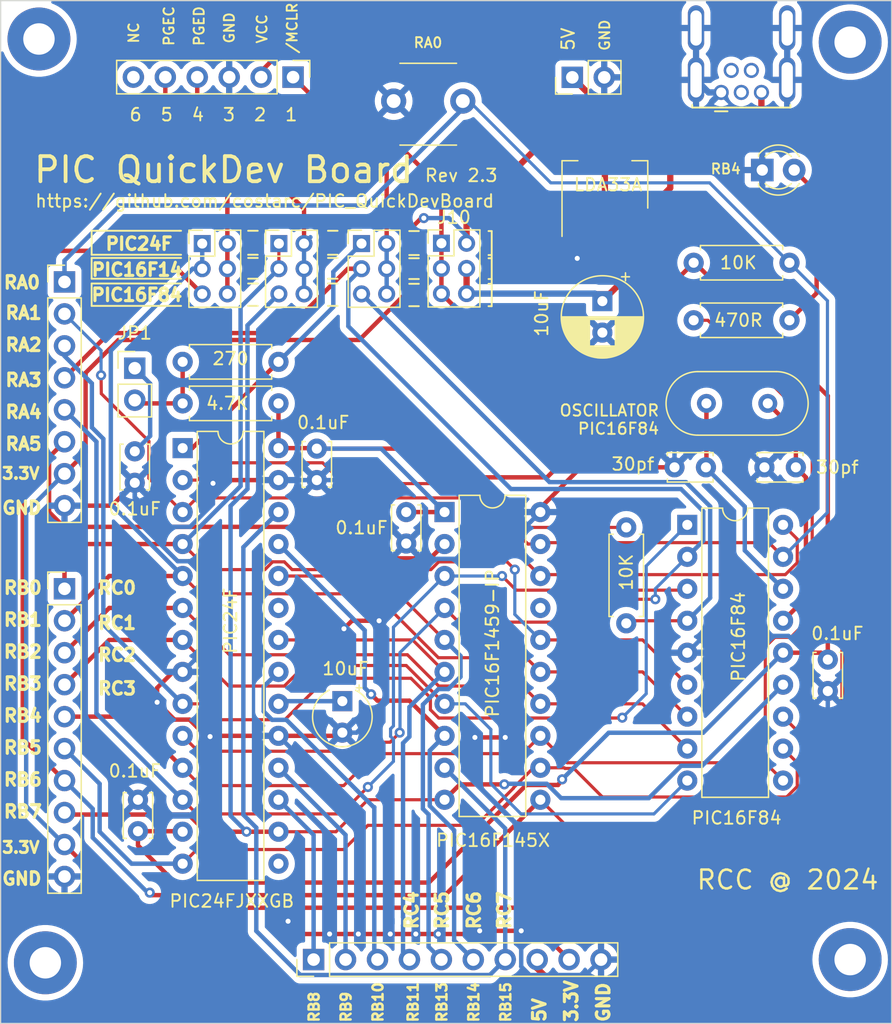
<source format=kicad_pcb>
(kicad_pcb (version 20240108) (generator "pcbnew") (generator_version "8.0")
  (title_block (title "PIC16/24 Programmer & Dev Board") (date "2024-05-19") (rev "2.3") (company "RCC 2024"))
  (layers (0 "F.Cu" signal) (31 "B.Cu" signal) (34 "B.Paste" user) (35 "F.Paste" user) (36 "B.SilkS" user "B.Silkscreen") (37 "F.SilkS" user "F.Silkscreen") (38 "B.Mask" user) (39 "F.Mask" user) (44 "Edge.Cuts" user))
  (net 0 "")
  (net 1 "GND")
  (net 2 "Net-(U1-Vcap{slash}Vddcore)")
  (net 3 "Net-(U2-OSC2{slash}CLKOUT)")
  (net 4 "Net-(U2-OSC1{slash}CLKIN)")
  (net 5 "Net-(D1-A)")
  (net 6 "{slash}MCLR")
  (net 7 "PGED")
  (net 8 "PGEC")
  (net 10 "RA2")
  (net 12 "RA4")
  (net 13 "RB8")
  (net 14 "RB2")
  (net 15 "RB3")
  (net 16 "RB4")
  (net 17 "RB5")
  (net 18 "RB9")
  (net 19 "RB10")
  (net 20 "RB11")
  (net 21 "RB13")
  (net 22 "RB14")
  (net 23 "RB15")
  (net 24 "RA0")
  (net 25 "RA1")
  (net 26 "PIC24_MCLR")
  (net 28 "Net-(JP1-A)")
  (net 30 "Net-(JP1-B)")
  (net 31 "PIC16F14_PGED")
  (net 32 "PIC16F14_PGEC")
  (net 33 "PIC16F14_MCLR")
  (net 34 "PIC16F84_PGEC")
  (net 35 "PIC16F84_PGED")
  (net 36 "PIC16F84_MCLR")
  (net 37 "RA5")
  (net 38 "VCC")
  (net 39 "+5V")
  (net 40 "+3.3V")
  (footprint "Connector_PinHeader_2.00mm:PinHeader_2x03_P2.00mm_Vertical" (layer "F.Cu") (at 79.026 52.324)
    (property "Reference" "J7" (hide yes))
    (property "Value" "PGEC_LINES" (hide yes))
  )
  (footprint "Resistor_THT:R_Axial_DIN0207_L6.3mm_D2.5mm_P7.62mm_Horizontal" (layer "F.Cu") (at 118.11 58.42)
    (property "Reference" "R4" (hide yes))
    (property "Value" "470R")
  )
  (footprint "Connector_PinHeader_2.00mm:PinHeader_2x03_P2.00mm_Vertical" (layer "F.Cu") (at 98.05 52.3)
    (property "Reference" "J10")
    (property "Value" "VCC Lines")
  )
  (footprint "Package_DIP:DIP-28_W7.62mm" (layer "F.Cu") (at 77.47 68.58)
    (property "Reference" "U1" (hide yes))
    (property "Value" "PIC24F")
  )
  (footprint "Package_TO_SOT_SMD:SOT-223-3_TabPin2" (layer "F.Cu") (at 111.05 47.65 90)
    (property "Reference" "U3" (hide yes))
    (property "Value" "LDA33A")
  )
  (footprint "Capacitor_THT:C_Disc_D3.4mm_W2.1mm_P2.50mm" (layer "F.Cu") (at 95.25 73.66 -90)
    (property "Reference" "C8" (hide yes))
    (property "Value" "0.1uF")
  )
  (footprint "MountingHole:MountingHole_2.5mm_Pad" (layer "F.Cu") (at 130.556 109.22)
    (property "Reference" "H4" (hide yes))
    (property "Value" "MountingHole" (hide yes))
  )
  (footprint "Capacitor_THT:C_Disc_D3.4mm_W2.1mm_P2.50mm" (layer "F.Cu") (at 73.66 68.834 -90)
    (property "Reference" "C1" (hide yes))
    (property "Value" "0.1uF")
  )
  (footprint "Connector_PinHeader_2.54mm:PinHeader_1x02_P2.54mm_Vertical" (layer "F.Cu") (at 108.458 39.116 90)
    (property "Reference" "J4" (hide yes))
    (property "Value" "PowerSource" (hide yes))
  )
  (footprint "Package_DIP:DIP-20_W7.62mm" (layer "F.Cu") (at 98.298 73.66)
    (property "Reference" "U4" (hide yes))
    (property "Value" "PIC16F1459-IP")
  )
  (footprint "Capacitor_THT:C_Disc_D3.4mm_W2.1mm_P2.50mm" (layer "F.Cu") (at 123.738 70.104)
    (property "Reference" "C6" (hide yes))
    (property "Value" "30pf")
  )
  (footprint "Capacitor_THT:C_Disc_D3.4mm_W2.1mm_P2.50mm" (layer "F.Cu") (at 88.138 68.62 -90)
    (property "Reference" "C2" (hide yes))
    (property "Value" "0.1uF")
  )
  (footprint "Roni_Footprints:SW_PUSH_6mm_2Holes" (layer "F.Cu") (at 93.75 39)
    (property "Reference" "SW1" (hide yes))
    (property "Value" "SW_Push" (hide yes))
  )
  (footprint "Connector_PinHeader_2.00mm:PinHeader_2x03_P2.00mm_Vertical" (layer "F.Cu") (at 91.694 52.324)
    (property "Reference" "J9" (hide yes))
    (property "Value" "MCLR_LINES" (hide yes))
  )
  (footprint "Capacitor_THT:C_Disc_D3.4mm_W2.1mm_P2.50mm" (layer "F.Cu") (at 128.778 85.384 -90)
    (property "Reference" "C9" (hide yes))
    (property "Value" "0.1uF")
  )
  (footprint "Resistor_THT:R_Axial_DIN0207_L6.3mm_D2.5mm_P7.62mm_Horizontal" (layer "F.Cu") (at 77.47 65.024)
    (property "Reference" "R1" (hide yes))
    (property "Value" "4.7K")
  )
  (footprint "Capacitor_THT:CP_Radial_Tantal_D4.5mm_P2.50mm" (layer "F.Cu") (at 90.17 88.687144 -90)
    (property "Reference" "C4" (hide yes))
    (property "Value" "10uF")
  )
  (footprint "Resistor_THT:R_Axial_DIN0207_L6.3mm_D2.5mm_P7.62mm_Horizontal" (layer "F.Cu") (at 85.09 61.722 180)
    (property "Reference" "R2" (hide yes))
    (property "Value" "270")
  )
  (footprint "Capacitor_THT:C_Disc_D3.4mm_W2.1mm_P2.50mm" (layer "F.Cu") (at 116.586 70.104)
    (property "Reference" "C5" (hide yes))
    (property "Value" "30pf")
  )
  (footprint "LED_THT:LED_D3.0mm" (layer "F.Cu") (at 123.566 46.482)
    (property "Reference" "D1" (hide yes))
    (property "Value" "LED" (hide yes))
  )
  (footprint "Connector_PinHeader_2.54mm:PinHeader_1x10_P2.54mm_Vertical" (layer "F.Cu") (at 68.072 79.756)
    (property "Reference" "J2" (hide yes))
    (property "Value" "Conn_01x08_Pin" (hide yes))
  )
  (footprint "Connector_PinHeader_2.54mm:PinHeader_1x06_P2.54mm_Vertical" (layer "F.Cu") (at 86.25 39.1 -90)
    (property "Reference" "J5" (hide yes))
    (property "Value" "PICKitConnector" (hide yes))
  )
  (footprint "Connector_PinHeader_2.54mm:PinHeader_1x08_P2.54mm_Vertical" (layer "F.Cu") (at 68.072 55.372)
    (property "Reference" "J1" (hide yes))
    (property "Value" "Conn_01x08_Pin" (hide yes))
  )
  (footprint "MountingHole:MountingHole_2.5mm_Pad" (layer "F.Cu") (at 66.548 109.474)
    (property "Reference" "H3" (hide yes))
    (property "Value" "MountingHole" (hide yes))
  )
  (footprint "MountingHole:MountingHole_2.5mm_Pad" (layer "F.Cu") (at 66.04 36.068)
    (property "Reference" "H1" (hide yes))
    (property "Value" "MountingHole" (hide yes))
  )
  (footprint "Connector_PinHeader_2.54mm:PinHeader_1x10_P2.54mm_Vertical" (layer "F.Cu") (at 87.884 109.22 90)
    (property "Reference" "J3" (hide yes))
    (property "Value" "Conn_01x08_Pin" (hide yes))
  )
  (footprint "Connector_PinHeader_2.54mm:PinHeader_1x02_P2.54mm_Vertical" (layer "F.Cu") (at 73.66 62.23)
    (property "Reference" "JP1")
    (property "Value" "Program" (hide yes))
  )
  (footprint "Connector_PinHeader_2.00mm:PinHeader_2x03_P2.00mm_Vertical" (layer "F.Cu") (at 85.122 52.324)
    (property "Reference" "J8" (hide yes))
    (property "Value" "PGED_LINES" (hide yes))
  )
  (footprint "Roni_Footprints:USB_Mini-B_Tensility_4Holes" (layer "F.Cu") (at 120.299813 40.314672)
    (property "Reference" "J6" (hide yes))
    (property "Value" "USB_B_Micro" (hide yes))
  )
  (footprint "Package_DIP:DIP-18_W7.62mm" (layer "F.Cu") (at 117.602 74.676)
    (property "Reference" "U2" (hide yes))
    (property "Value" "PIC16F84")
  )
  (footprint "Capacitor_THT:C_Disc_D3.4mm_W2.1mm_P2.50mm" (layer "F.Cu") (at 73.914 99.02 90)
    (property "Reference" "C3" (hide yes))
    (property "Value" "0.1uF")
  )
  (footprint "Capacitor_THT:CP_Radial_D6.3mm_P2.50mm" (layer "F.Cu") (at 110.85 56.9 -90)
    (property "Reference" "C7" (hide yes))
    (property "Value" "10uF")
  )
  (footprint "MountingHole:MountingHole_2.5mm_Pad" (layer "F.Cu") (at 130.556 36.322)
    (property "Reference" "H2" (hide yes))
    (property "Value" "MountingHole" (hide yes))
  )
  (footprint "Resistor_THT:R_Axial_DIN0207_L6.3mm_D2.5mm_P7.62mm_Horizontal" (layer "F.Cu") (at 118.11 53.848)
    (property "Reference" "R5" (hide yes))
    (property "Value" "10K")
  )
  (footprint "Crystal:Crystal_HC49-U_Vertical" (layer "F.Cu") (at 124.006 65.024 180)
    (property "Reference" "Y1" (hide yes))
    (property "Value" "Crystal" (hide yes))
  )
  (footprint "Resistor_THT:R_Axial_DIN0207_L6.3mm_D2.5mm_P7.62mm_Horizontal" (layer "F.Cu") (at 112.75 82.5 90)
    (property "Reference" "R3" (hide yes))
    (property "Value" "10K")
  )
  (gr_line (start 89.027 57.277) (end 89.789 57.277) (stroke (width 0.15)) (layer "F.SilkS"))
  (gr_line (start 77.343 55.118) (end 70.231 55.118) (stroke (width 0.15)) (layer "F.SilkS"))
  (gr_line (start 101.796 51.331) (end 102.05 51.331) (stroke (width 0.15)) (layer "F.SilkS"))
  (gr_line (start 82.677 57.277) (end 83.439 57.277) (stroke (width 0.15)) (layer "F.SilkS"))
  (gr_line (start 82.677 53.467) (end 83.439 53.467) (stroke (width 0.15)) (layer "F.SilkS"))
  (gr_line (start 82.677 53.213) (end 83.439 53.213) (stroke (width 0.15)) (layer "F.SilkS"))
  (gr_line (start 89.027 53.467) (end 89.789 53.467) (stroke (width 0.15)) (layer "F.SilkS"))
  (gr_line (start 101.796 57.3) (end 102.05 57.3) (stroke (width 0.15)) (layer "F.SilkS"))
  (gr_line (start 82.677 55.118) (end 83.439 55.118) (stroke (width 0.15)) (layer "F.SilkS"))
  (gr_line (start 70.231 53.213) (end 77.343 53.213) (stroke (width 0.15)) (layer "F.SilkS"))
  (gr_line (start 77.343 51.308) (end 77.216 51.308) (stroke (width 0.15)) (layer "F.SilkS"))
  (gr_line (start 95.488 55.522) (end 96.25 55.522) (stroke (width 0.15)) (layer "F.SilkS"))
  (gr_line (start 89.027 51.308) (end 89.789 51.308) (stroke (width 0.15)) (layer "F.SilkS"))
  (gr_line (start 95.488 51.331) (end 96.25 51.331) (stroke (width 0.15)) (layer "F.SilkS"))
  (gr_line (start 70.231 55.118) (end 70.231 53.467) (stroke (width 0.15)) (layer "F.SilkS"))
  (gr_line (start 82.677 51.308) (end 83.439 51.308) (stroke (width 0.15)) (layer "F.SilkS"))
  (gr_line (start 70.231 55.499) (end 77.343 55.499) (stroke (width 0.15)) (layer "F.SilkS"))
  (gr_line (start 95.488 55.141) (end 96.25 55.141) (stroke (width 0.15)) (layer "F.SilkS"))
  (gr_line (start 101.796 53.49) (end 102.05 53.49) (stroke (width 0.15)) (layer "F.SilkS"))
  (gr_line (start 77.343 57.277) (end 70.231 57.277) (stroke (width 0.15)) (layer "F.SilkS"))
  (gr_line (start 101.796 55.522) (end 102.05 55.522) (stroke (width 0.15)) (layer "F.SilkS"))
  (gr_line (start 89.027 55.499) (end 89.789 55.499) (stroke (width 0.15)) (layer "F.SilkS"))
  (gr_line (start 89.027 55.118) (end 89.789 55.118) (stroke (width 0.15)) (layer "F.SilkS"))
  (gr_line (start 102.05 51.331) (end 102.05 57.3) (stroke (width 0.15)) (layer "F.SilkS"))
  (gr_line (start 95.488 57.3) (end 96.25 57.3) (stroke (width 0.15)) (layer "F.SilkS"))
  (gr_line (start 82.677 55.499) (end 83.439 55.499) (stroke (width 0.15)) (layer "F.SilkS"))
  (gr_line (start 70.231 51.308) (end 70.231 53.213) (stroke (width 0.15)) (layer "F.SilkS"))
  (gr_line (start 95.488 53.236) (end 96.25 53.236) (stroke (width 0.15)) (layer "F.SilkS"))
  (gr_line (start 70.231 53.467) (end 77.343 53.467) (stroke (width 0.15)) (layer "F.SilkS"))
  (gr_line (start 89.027 53.213) (end 89.789 53.213) (stroke (width 0.15)) (layer "F.SilkS"))
  (gr_line (start 77.216 51.308) (end 70.231 51.308) (stroke (width 0.15)) (layer "F.SilkS"))
  (gr_line (start 70.231 57.277) (end 70.231 55.499) (stroke (width 0.15)) (layer "F.SilkS"))
  (gr_line (start 95.488 53.49) (end 96.25 53.49) (stroke (width 0.15)) (layer "F.SilkS"))
  (gr_line (start 101.796 53.236) (end 102.05 53.236) (stroke (width 0.15)) (layer "F.SilkS"))
  (gr_line (start 101.796 55.141) (end 102.05 55.141) (stroke (width 0.15)) (layer "F.SilkS"))
  (gr_rect (start 62.992 33.02) (end 133.858 114.3) (stroke (width 0.1)) (fill none) (layer "Edge.Cuts"))
  (gr_text "PIC QuickDev Board" (at 65.484242 47.633079 0) (layer "F.SilkS") (effects (font (size 2 2) (thickness 0.3)) (justify left bottom)))
  (gr_text "RB14" (at 101.092 114.3 90) (layer "F.SilkS") (effects (font (size 0.8 0.8) (thickness 0.2) (bold yes)) (justify left bottom)))
  (gr_text "RB4" (at 63.119 90.424 0) (layer "F.SilkS") (effects (font (size 1 1) (thickness 0.25) (bold yes)) (justify left bottom)))
  (gr_text "3.3V" (at 62.992 100.838 0) (layer "F.SilkS") (effects (font (size 0.9 0.9) (thickness 0.225) (bold yes)) (justify left bottom)))
  (gr_text "RCC @ 2024" (at 118.237 103.759 0) (layer "F.SilkS") (effects (font (size 1.5 1.5) (thickness 0.2)) (justify left bottom)))
  (gr_text "RC4" (at 96.266 106.934 90) (layer "F.SilkS") (effects (font (size 1 1) (thickness 0.25) (bold yes)) (justify left bottom)))
  (gr_text "RB2" (at 63.119 85.344 0) (layer "F.SilkS") (effects (font (size 1 1) (thickness 0.25) (bold yes)) (justify left bottom)))
  (gr_text "RB6" (at 63.119 95.504 0) (layer "F.SilkS") (effects (font (size 1 1) (thickness 0.25) (bold yes)) (justify left bottom)))
  (gr_text "RA0" (at 63.119 56.007 0) (layer "F.SilkS") (effects (font (size 1 1) (thickness 0.25) (bold yes)) (justify left bottom)))
  (gr_text "GND" (at 62.992 103.378 0) (layer "F.SilkS") (effects (font (size 1 1) (thickness 0.25) (bold yes)) (justify left bottom)))
  (gr_text "PIC16F14" (at 70.104 54.991 0) (layer "F.SilkS") (effects (font (size 1 1) (thickness 0.25) (bold yes)) (justify left bottom)))
  (gr_text "RC3" (at 70.612 88.265 0) (layer "F.SilkS") (effects (font (size 1 1) (thickness 0.25) (bold yes)) (justify left bottom)))
  (gr_text "RA0" (at 95.758 36.83 0) (layer "F.SilkS") (effects (font (size 0.8 0.8)) (justify left bottom)))
  (gr_text "RB4" (at 119.38 46.863 0) (layer "F.SilkS") (effects (font (size 0.8 0.8)) (justify left bottom)))
  (gr_text "RC7" (at 103.632 106.934 90) (layer "F.SilkS") (effects (font (size 1 1) (thickness 0.25) (bold yes)) (justify left bottom)))
  (gr_text "PIC16F145X" (at 97.536 100.33 0) (layer "F.SilkS") (effects (font (size 1 1)) (justify left bottom)))
  (gr_text "RB5" (at 63.119 92.964 0) (layer "F.SilkS") (effects (font (size 1 1) (thickness 0.25) (bold yes)) (justify left bottom)))
  (gr_text "GND" (at 111.506 114.3 90) (layer "F.SilkS") (effects (font (size 1 1) (thickness 0.25) (bold yes)) (justify left bottom)))
  (gr_text "PIC24F" (at 71.213759 52.928785 0) (layer "F.SilkS") (effects (font (size 1 1) (thickness 0.25) (bold yes)) (justify left bottom)))
  (gr_text "GND" (at 111.506 37.084 90) (layer "F.SilkS") (effects (font (size 0.8 0.8)) (justify left bottom)))
  (gr_text "NC" (at 74.05 36.5 90) (layer "F.SilkS") (effects (font (size 0.8 0.8)) (justify left bottom)))
  (gr_text "GND" (at 81.65 36.5 90) (layer "F.SilkS") (effects (font (size 0.8 0.8)) (justify left bottom)))
  (gr_text "RB11" (at 96.266 114.3 90) (layer "F.SilkS") (effects (font (size 0.8 0.8) (thickness 0.2) (bold yes)) (justify left bottom)))
  (gr_text "Rev 2.3" (at 96.647 47.498 0) (layer "F.SilkS") (effects (font (size 1 1)) (justify left bottom)))
  (gr_text "PIC24FJXXGB" (at 76.327 105.156 0) (layer "F.SilkS") (effects (font (size 1 1)) (justify left bottom)))
  (gr_text "RA2" (at 63.246 60.96 0) (layer "F.SilkS") (effects (font (size 1 1) (thickness 0.25) (bold yes)) (justify left bottom)))
  (gr_text "3.3V" (at 108.966 114.3 90) (layer "F.SilkS") (effects (font (size 1 1) (thickness 0.25) (bold yes)) (justify left bottom)))
  (gr_text "RB1" (at 63.119 82.804 0) (layer "F.SilkS") (effects (font (size 1 1) (thickness 0.25) (bold yes)) (justify left bottom)))
  (gr_text "RB0" (at 63.119 80.264 0) (layer "F.SilkS") (effects (font (size 1 1) (thickness 0.25) (bold yes)) (justify left bottom)))
  (gr_text "/MCLR" (at 86.65 37.3 90) (layer "F.SilkS") (effects (font (size 0.8 0.8)) (justify left bottom)))
  (gr_text "PIC16F84" (at 117.856 98.552 0) (layer "F.SilkS") (effects (font (size 1 1)) (justify left bottom)))
  (gr_text "https://github.com/costarc/PIC_QuickDevBoard" (at 65.659 49.53 0) (layer "F.SilkS") (effects (font (size 1 1)) (justify left bottom)))
  (gr_text "RB13" (at 98.552 114.3 90) (layer "F.SilkS") (effects (font (size 0.8 0.8) (thickness 0.2) (bold yes)) (justify left bottom)))
  (gr_text "RC0" (at 70.612 80.264 0) (layer "F.SilkS") (effects (font (size 1 1) (thickness 0.25) (bold yes)) (justify left bottom)))
  (gr_text "RA5" (at 63.246 68.834 0) (layer "F.SilkS") (effects (font (size 1 1) (thickness 0.25) (bold yes)) (justify left bottom)))
  (gr_text "PGED" (at 79.25 36.7 90) (layer "F.SilkS") (effects (font (size 0.8 0.8)) (justify left bottom)))
  (gr_text "RB10" (at 93.472 114.3 90) (layer "F.SilkS") (effects (font (size 0.8 0.8) (thickness 0.2) (bold yes)) (justify left bottom)))
  (gr_text "5V" (at 106.426 114.3 90) (layer "F.SilkS") (effects (font (size 1 1) (thickness 0.25) (bold yes)) (justify left bottom)))
  (gr_text "RC6" (at 101.219 106.934 90) (layer "F.SilkS") (effects (font (size 1 1) (thickness 0.25) (bold yes)) (justify left bottom)))
  (gr_text "RA4" (at 63.246 66.294 0) (layer "F.SilkS") (effects (font (size 1 1) (thickness 0.25) (bold yes)) (justify left bottom)))
  (gr_text "3.3V" (at 62.992 71.12 0) (layer "F.SilkS") (effects (font (size 0.9 0.9) (thickness 0.225) (bold yes)) (justify left bottom)))
  (gr_text "RA3" (at 63.246 63.754 0) (layer "F.SilkS") (effects (font (size 1 1) (thickness 0.25) (bold yes)) (justify left bottom)))
  (gr_text "6  5  4  3  2  1" (at 73.152 42.672 0) (layer "F.SilkS") (effects (font (size 1 1)) (justify left bottom)))
  (gr_text "GND" (at 62.992 73.914 0) (layer "F.SilkS") (effects (font (size 1 1) (thickness 0.25) (bold yes)) (justify left bottom)))
  (gr_text "OSCILLATOR\nPIC16F84" (at 115.443 67.564 0) (layer "F.SilkS") (effects (font (size 0.9 0.9)) (justify right bottom)))
  (gr_text "RA1" (at 63.246 58.42 0) (layer "F.SilkS") (effects (font (size 1 1) (thickness 0.25) (bold yes)) (justify left bottom)))
  (gr_text "RC2" (at 70.612 85.598 0) (layer "F.SilkS") (effects (font (size 1 1) (thickness 0.25) (bold yes)) (justify left bottom)))
  (gr_text "5V" (at 108.712 37.084 90) (layer "F.SilkS") (effects (font (size 1 1)) (justify left bottom)))
  (gr_text "RB8" (at 88.392 114.3 90) (layer "F.SilkS") (effects (font (size 0.8 0.8) (thickness 0.2) (bold yes)) (justify left bottom)))
  (gr_text "RB7" (at 63.119 98.044 0) (layer "F.SilkS") (effects (font (size 1 1) (thickness 0.25) (bold yes)) (justify left bottom)))
  (gr_text "PGEC" (at 76.85 36.7 90) (layer "F.SilkS") (effects (font (size 0.8 0.8)) (justify left bottom)))
  (gr_text "VCC" (at 84.25 36.5 90) (layer "F.SilkS") (effects (font (size 0.8 0.8)) (justify left bottom)))
  (gr_text "RB9" (at 90.932 114.3 90) (layer "F.SilkS") (effects (font (size 0.8 0.8) (thickness 0.2) (bold yes)) (justify left bottom)))
  (gr_text "RB3" (at 63.119 87.884 0) (layer "F.SilkS") (effects (font (size 1 1) (thickness 0.25) (bold yes)) (justify left bottom)))
  (gr_text "RC5" (at 98.679 106.934 90) (layer "F.SilkS") (effects (font (size 1 1) (thickness 0.25) (bold yes)) (justify left bottom)))
  (gr_text "RB15" (at 103.632 114.3 90) (layer "F.SilkS") (effects (font (size 0.8 0.8) (thickness 0.2) (bold yes)) (justify left bottom)))
  (gr_text "PIC16F84" (at 70.091042 56.99253 0) (layer "F.SilkS") (effects (font (size 1 1) (thickness 0.25) (bold yes)) (justify left bottom)))
  (gr_text "RC1" (at 70.612 83.058 0) (layer "F.SilkS") (effects (font (size 1 1) (thickness 0.25) (bold yes)) (justify left bottom)))
  (segment (start 100.711 91.567) (end 103.124 91.567) (width 0.35) (layer "F.Cu") (net 1))
  (segment (start 75.438 88.773) (end 76.815703 90.150703) (width 0.35) (layer "F.Cu") (net 1))
  (segment (start 100.838 107.188) (end 97.8025 107.188) (width 0.35) (layer "F.Cu") (net 1))
  (segment (start 86.868 107.188) (end 85.852 106.172) (width 0.35) (layer "F.Cu") (net 1))
  (segment (start 105.918 73.66) (end 105.918 73.332) (width 0.35) (layer "F.Cu") (net 1))
  (segment (start 90.932 82.296) (end 90.297 82.931) (width 0.35) (layer "F.Cu") (net 1))
  (segment (start 108.75 50.8) (end 108.75 53.4) (width 0.35) (layer "F.Cu") (net 1))
  (segment (start 105.918 73.332) (end 109.146 70.104) (width 0.35) (layer "F.Cu") (net 1))
  (segment (start 80.137 71.12) (end 85.09 71.12) (width 0.35) (layer "F.Cu") (net 1))
  (segment (start 75.438 87.63) (end 76.708 86.36) (width 0.35) (layer "F.Cu") (net 1))
  (segment (start 79.303647 91.44) (end 85.09 91.44) (width 0.35) (layer "F.Cu") (net 1))
  (segment (start 108.75 53.4) (end 108.85 53.5) (width 0.35) (layer "F.Cu") (net 1))
  (segment (start 93.091 82.296) (end 90.932 82.296) (width 0.35) (layer "F.Cu") (net 1))
  (segment (start 103.124 91.567) (end 102.997 91.567) (width 0.35) (layer "F.Cu") (net 1))
  (segment (start 120.222677 40.391808) (end 120.299813 40.314672) (width 0.5) (layer "F.Cu") (net 1))
  (segment (start 79.883 71.374) (end 80.137 71.12) (width 0.35) (layer "F.Cu") (net 1))
  (segment (start 75.438 88.773) (end 75.438 87.63) (width 0.35) (layer "F.Cu") (net 1))
  (segment (start 76.708 86.36) (end 77.47 86.36) (width 0.35) (layer "F.Cu") (net 1))
  (segment (start 89.154 107.188) (end 86.868 107.188) (width 0.35) (layer "F.Cu") (net 1))
  (segment (start 85.09 91.44) (end 89.917144 91.44) (width 0.35) (layer "F.Cu") (net 1))
  (segment (start 91.44 107.188) (end 93.98 107.188) (width 0.35) (layer "F.Cu") (net 1))
  (segment (start 96.012 107.188) (end 97.8025 107.188) (width 0.35) (layer "F.Cu") (net 1))
  (segment (start 68.072 73.152) (end 71.842 73.152) (width 0.35) (layer "F.Cu") (net 1))
  (segment (start 93.98 107.188) (end 96.012 107.188) (width 0.35) (layer "F.Cu") (net 1))
  (segment (start 76.815703 90.150703) (end 78.01435 90.150703) (width 0.35) (layer "F.Cu") (net 1))
  (segment (start 89.917144 91.44) (end 90.17 91.187144) (width 0.35) (layer "F.Cu") (net 1))
  (segment (start 109.146 70.104) (end 116.586 70.104) (width 0.35) (layer "F.Cu") (net 1))
  (segment (start 78.01435 90.150703) (end 79.303647 91.44) (width 0.35) (layer "F.Cu") (net 1))
  (segment (start 101.092 106.934) (end 100.838 107.188) (width 0.35) (layer "F.Cu") (net 1))
  (segment (start 71.842 73.152) (end 73.66 71.334) (width 0.35) (layer "F.Cu") (net 1))
  (segment (start 101.092 106.934) (end 104.394 106.934) (width 0.35) (layer "F.Cu") (net 1))
  (segment (start 89.154 107.188) (end 91.44 107.188) (width 0.35) (layer "F.Cu") (net 1))
  (via (at 90.297 82.931) (size 0.8) (drill 0.4) (layers "F.Cu" "B.Cu") (net 1))
  (via (at 103.124 91.567) (size 0.8) (drill 0.4) (layers "F.Cu" "B.Cu") (net 1))
  (via (at 91.44 107.188) (size 0.8) (drill 0.4) (layers "F.Cu" "B.Cu") (net 1))
  (via (at 93.98 107.188) (size 0.8) (drill 0.4) (layers "F.Cu" "B.Cu") (net 1))
  (via (at 104.394 106.934) (size 0.8) (drill 0.4) (layers "F.Cu" "B.Cu") (net 1))
  (via (at 101.092 106.934) (size 0.8) (drill 0.4) (layers "F.Cu" "B.Cu") (net 1))
  (via (at 75.438 88.773) (size 0.8) (drill 0.4) (layers "F.Cu" "B.Cu") (net 1))
  (via (at 79.65 91.5) (size 0.8) (drill 0.4) (layers "F.Cu" "B.Cu") (net 1))
  (via (at 100.711 91.567) (size 0.8) (drill 0.4) (layers "F.Cu" "B.Cu") (net 1))
  (via (at 79.883 71.374) (size 0.8) (drill 0.4) (layers "F.Cu" "B.Cu") (net 1))
  (via (at 96.012 107.188) (size 0.8) (drill 0.4) (layers "F.Cu" "B.Cu") (net 1))
  (via (at 108.85 53.5) (size 0.8) (drill 0.4) (layers "F.Cu" "B.Cu") (net 1))
  (via (at 93.091 82.296) (size 0.8) (drill 0.4) (layers "F.Cu" "B.Cu") (net 1))
  (via (at 97.8025 107.188) (size 0.8) (drill 0.4) (layers "F.Cu" "B.Cu") (net 1))
  (via (at 89.154 107.188) (size 0.8) (drill 0.4) (layers "F.Cu" "B.Cu") (net 1))
  (via (at 85.852 106.172) (size 0.8) (drill 0.4) (layers "F.Cu" "B.Cu") (net 1))
  (segment (start 78.74 78.348299) (end 78.74 85.09) (width 0.35) (layer "B.Cu") (net 1))
  (segment (start 77.072818 77.565) (end 77.956701 77.565) (width 0.35) (layer "B.Cu") (net 1))
  (segment (start 85.09 71.12) (end 88.138 71.12) (width 0.35) (layer "B.Cu") (net 1))
  (segment (start 115.93 109.22) (end 128.778 96.372) (width 0.35) (layer "B.Cu") (net 1))
  (segment (start 128.778 96.372) (end 128.778 87.884) (width 0.35) (layer "B.Cu") (net 1))
  (segment (start 109.519 110.445) (end 105.066588 110.445) (width 0.35) (layer "B.Cu") (net 1))
  (segment (start 93.734 82.939) (end 93.091 82.296) (width 0.35) (layer "B.Cu") (net 1))
  (segment (start 110.744 109.22) (end 115.93 109.22) (width 0.35) (layer "B.Cu") (net 1))
  (segment (start 78.057182 74.835) (end 79.883 73.009182) (width 0.35) (layer "B.Cu") (net 1))
  (segment (start 78.74 85.09) (end 77.47 86.36) (width 0.35) (layer "B.Cu") (net 1))
  (segment (start 116.586 70.104) (end 116.586 65.136) (width 0.35) (layer "B.Cu") (net 1))
  (segment (start 93.091 78.319) (end 95.25 76.16) (width 0.35) (layer "B.Cu") (net 1))
  (segment (start 105.066588 110.445) (end 104.394 109.772412) (width 0.35) (layer "B.Cu") (net 1))
  (segment (start 93.734 88.754514) (end 93.734 82.939) (width 0.35) (layer "B.Cu") (net 1))
  (segment (start 73.66 71.334) (end 73.66 72.46537) (width 0.35) (layer "B.Cu") (net 1))
  (segment (start 79.883 71.374) (end 79.883 71.501) (width 0.35) (layer "B.Cu") (net 1))
  (segment (start 79.883 73.009182) (end 79.883 71.374) (width 0.35) (layer "B.Cu") (net 1))
  (segment (start 73.914 96.52) (end 75.164 97.77) (width 0.5) (layer "B.Cu") (net 1))
  (segment (start 91.30137 91.187144) (end 93.734 88.754514) (width 0.35) (layer "B.Cu") (net 1))
  (segment (start 79.65 96.3) (end 79.65 91.5) (width 0.5) (layer "B.Cu") (net 1))
  (segment (start 119.299813 40.314672) (end 118.299813 39.314672) (width 0.5) (layer "B.Cu") (net 1))
  (segment (start 126.85 84.7) (end 126.85 85.956) (width 0.35) (layer "B.Cu") (net 1))
  (segment (start 96.465 77.375) (end 95.25 76.16) (width 0.35) (layer "B.Cu") (net 1))
  (segment (start 126.85 85.956) (end 128.778 87.884) (width 0.35) (layer "B.Cu") (net 1))
  (segment (start 91.44 97.79) (end 91.44 107.188) (width 0.35) (layer "B.Cu") (net 1))
  (segment (start 73.66 71.334) (end 73.66 74.152182) (width 0.35) (layer "B.Cu") (net 1))
  (segment (start 116.586 65.136) (end 110.85 59.4) (width 0.35) (layer "B.Cu") (net 1))
  (segment (start 110.744 109.22) (end 109.519 110.445) (width 0.35) (layer "B.Cu") (net 1))
  (segment (start 90.21 71.12) (end 95.25 76.16) (width 0.35) (layer "B.Cu") (net 1))
  (segment (start 120.299813 40.314672) (end 119.299813 40.314672) (width 0.5) (layer "B.Cu") (net 1))
  (segment (start 93.091 82.296) (end 93.091 78.319) (width 0.35) (layer "B.Cu") (net 1))
  (segment (start 77.956701 77.565) (end 78.74 78.348299) (width 0.35) (layer "B.Cu") (net 1))
  (segment (start 85.09 91.44) (end 91.44 97.79) (width 0.35) (layer "B.Cu") (net 1))
  (segment (start 75.164 97.77) (end 78.18 97.77) (width 0.5) (layer "B.Cu") (net 1))
  (segment (start 118.938 83.5) (end 125.65 83.5) (width 0.35) (layer "B.Cu") (net 1))
  (segment (start 117.602 84.836) (end 118.938 83.5) (width 0.35) (layer "B.Cu") (net 1))
  (segment (start 73.66 74.152182) (end 77.072818 77.565) (width 0.35) (layer "B.Cu") (net 1))
  (segment (start 76.02963 74.835) (end 78.057182 74.835) (width 0.35) (layer "B.Cu") (net 1))
  (segment (start 78.18 97.77) (end 79.65 96.3) (width 0.5) (layer "B.Cu") (net 1))
  (segment (start 104.394 109.772412) (end 104.394 106.934) (width 0.35) (layer "B.Cu") (net 1))
  (segment (start 102.203 77.375) (end 96.465 77.375) (width 0.35) (layer "B.Cu") (net 1))
  (segment (start 73.66 72.46537) (end 76.02963 74.835) (width 0.35) (layer "B.Cu") (net 1))
  (segment (start 111.019 39.137) (end 110.998 39.116) (width 0.35) (layer "B.Cu") (net 1))
  (segment (start 90.17 91.187144) (end 91.30137 91.187144) (width 0.35) (layer "B.Cu") (net 1))
  (segment (start 125.65 83.5) (end 126.85 84.7) (width 0.35) (layer "B.Cu") (net 1))
  (segment (start 105.918 73.66) (end 102.203 77.375) (width 0.35) (layer "B.Cu") (net 1))
  (segment (start 88.138 71.12) (end 90.21 71.12) (width 0.35) (layer "B.Cu") (net 1))
  (segment (start 85.302856 88.687144) (end 85.09 88.9) (width 0.35) (layer "B.Cu") (net 2))
  (segment (start 90.17 88.687144) (end 85.302856 88.687144) (width 0.35) (layer "B.Cu") (net 2))
  (segment (start 126.238 67.256) (end 126.238 70.104) (width 0.35) (layer "F.Cu") (net 3))
  (segment (start 124.006 65.024) (end 126.238 67.256) (width 0.35) (layer "F.Cu") (net 3))
  (segment (start 127.037999 80.480001) (end 125.222 82.296) (width 0.35) (layer "F.Cu") (net 3))
  (segment (start 126.238 70.104) (end 127.037999 70.903999) (width 0.35) (layer "F.Cu") (net 3))
  (segment (start 127.037999 70.903999) (end 127.037999 80.480001) (width 0.35) (layer "F.Cu") (net 3))
  (segment (start 119.126 65.024) (end 119.126 70.064) (width 0.35) (layer "F.Cu") (net 4))
  (segment (start 119.126 70.064) (end 119.086 70.104) (width 0.35) (layer "F.Cu") (net 4))
  (segment (start 122.174 76.708) (end 125.222 79.756) (width 0.35) (layer "B.Cu") (net 4))
  (segment (start 122.174 73.224) (end 122.174 76.708) (width 0.35) (layer "B.Cu") (net 4))
  (segment (start 119.086 70.104) (end 119.086 70.136) (width 0.35) (layer "B.Cu") (net 4))
  (segment (start 119.086 70.136) (end 122.174 73.224) (width 0.35) (layer "B.Cu") (net 4))
  (segment (start 127.889 48.265) (end 127.889 56.261) (width 0.35) (layer "F.Cu") (net 5))
  (segment (start 127.889 56.261) (end 125.73 58.42) (width 0.35) (layer "F.Cu") (net 5))
  (segment (start 126.106 46.482) (end 127.889 48.265) (width 0.35) (layer "F.Cu") (net 5))
  (segment (start 93.694 46.544) (end 86.25 39.1) (width 0.35) (layer "F.Cu") (net 6))
  (segment (start 93.694 52.324) (end 93.694 46.544) (width 0.35) (layer "F.Cu") (net 6))
  (segment (start 93.694 56.324) (end 93.694 54.324) (width 0.35) (layer "B.Cu") (net 6))
  (segment (start 93.694 52.324) (end 93.694 54.324) (width 0.35) (layer "B.Cu") (net 6))
  (segment (start 78.63 39.1) (end 78.63 41.08) (width 0.35) (layer "F.Cu") (net 7))
  (segment (start 78.63 41.08) (end 87.122 49.572) (width 0.35) (layer "F.Cu") (net 7))
  (segment (start 87.122 49.572) (end 87.122 52.324) (width 0.35) (layer "F.Cu") (net 7))
  (segment (start 87.122 52.324) (end 87.122 54.324) (width 0.35) (layer "B.Cu") (net 7))
  (segment (start 87.122 54.324) (end 87.122 56.324) (width 0.35) (layer "B.Cu") (net 7))
  (segment (start 87.63 51.816) (end 87.122 52.324) (width 0.35) (layer "B.Cu") (net 7))
  (segment (start 80.25 46.3) (end 81.026 47.076) (width 0.35) (layer "F.Cu") (net 8))
  (segment (start 80.25 45.9) (end 80.25 46.3) (width 0.35) (layer "F.Cu") (net 8))
  (segment (start 81.026 52.324) (end 81.026 54.324) (width 0.35) (layer "F.Cu") (net 8))
  (segment (start 81.026 54.324) (end 81.026 56.324) (width 0.35) (layer "F.Cu") (net 8))
  (segment (start 81.026 47.076) (end 81.026 52.324) (width 0.35) (layer "F.Cu") (net 8))
  (segment (start 76.09 39.1) (end 76.09 41.74) (width 0.35) (layer "F.Cu") (net 8))
  (segment (start 76.09 41.74) (end 80.25 45.9) (width 0.35) (layer "F.Cu") (net 8))
  (segment (start 97.173 88.434009) (end 97.173 89.365991) (width 0.25) (layer "F.Cu") (net 10))
  (segment (start 95.629604 86.868) (end 97.184307 88.422703) (width 0.25) (layer "F.Cu") (net 10))
  (segment (start 112.433719 89.957374) (end 112.383273 90.00782) (width 0.25) (layer "F.Cu") (net 10))
  (segment (start 97.173 89.365991) (end 97.832009 90.025) (width 0.25) (layer "F.Cu") (net 10))
  (segment (start 79.05 88.9) (end 80.309834 90.159834) (width 0.25) (layer "F.Cu") (net 10))
  (segment (start 88.888733 86.868) (end 95.629604 86.868) (width 0.25) (layer "F.Cu") (net 10))
  (segment (start 112.433719 89.995208) (end 112.433719 89.957374) (width 0.25) (layer "F.Cu") (net 10))
  (segment (start 97.184307 88.422703) (end 97.173 88.434009) (width 0.25) (layer "F.Cu") (net 10))
  (segment (start 112.403927 90.025) (end 112.433719 89.995208) (width 0.25) (layer "F.Cu") (net 10))
  (segment (start 85.596899 90.159834) (end 88.888733 86.868) (width 0.25) (layer "F.Cu") (net 10))
  (segment (start 77.47 88.9) (end 79.05 88.9) (width 0.25) (layer "F.Cu") (net 10))
  (segment (start 80.309834 90.159834) (end 85.596899 90.159834) (width 0.25) (layer "F.Cu") (net 10))
  (segment (start 97.832009 90.025) (end 112.403927 90.025) (width 0.25) (layer "F.Cu") (net 10))
  (via (at 112.433719 89.995208) (size 0.8) (drill 0.4) (layers "F.Cu" "B.Cu") (net 10))
  (segment (start 114.337 77.941) (end 117.602 74.676) (width 0.25) (layer "B.Cu") (net 10))
  (segment (start 70.25 66.932182) (end 71.162 67.844182) (width 0.35) (layer "B.Cu") (net 10))
  (segment (start 71.162 67.844182) (end 71.162 82.592) (width 0.35) (layer "B.Cu") (net 10))
  (segment (start 112.433719 89.995208) (end 114.337 88.091927) (width 0.25) (layer "B.Cu") (net 10))
  (segment (start 114.337 88.091927) (end 114.337 77.941) (width 0.25) (layer "B.Cu") (net 10))
  (segment (start 68.072 61.259588) (end 70.25 63.437588) (width 0.35) (layer "B.Cu") (net 10))
  (segment (start 68.072 60.452) (end 68.072 61.259588) (width 0.35) (layer "B.Cu") (net 10))
  (segment (start 71.162 82.592) (end 77.47 88.9) (width 0.35) (layer "B.Cu") (net 10))
  (segment (start 70.25 63.437588) (end 70.25 66.932182) (width 0.35) (layer "B.Cu") (net 10))
  (segment (start 78.595 97.645) (end 77.47 96.52) (width 0.25) (layer "F.Cu") (net 12))
  (segment (start 90.061 97.645) (end 78.595 97.645) (width 0.25) (layer "F.Cu") (net 12))
  (segment (start 117.493 79.865) (end 117.602 79.756) (width 0.25) (layer "F.Cu") (net 12))
  (segment (start 92.202 95.504) (end 90.061 97.645) (width 0.25) (layer "F.Cu") (net 12))
  (segment (start 102.87 78.74) (end 103.995 79.865) (width 0.25) (layer "F.Cu") (net 12))
  (segment (start 103.995 79.865) (end 117.493 79.865) (width 0.25) (layer "F.Cu") (net 12))
  (via (at 92.202 95.504) (size 0.8) (drill 0.4) (layers "F.Cu" "B.Cu") (net 12))
  (via (at 102.87 78.74) (size 0.8) (drill 0.4) (layers "F.Cu" "B.Cu") (net 12))
  (segment (start 94.0045 90.885695) (end 94.234 90.656195) (width 0.25) (layer "B.Cu") (net 12))
  (segment (start 70.612 89.662) (end 77.47 96.52) (width 0.35) (layer "B.Cu") (net 12))
  (segment (start 94.234 91.715805) (end 94.0045 91.486305) (width 0.25) (layer "B.Cu") (net 12))
  (segment (start 94.234 93.472) (end 94.234 91.715805) (width 0.25) (layer "B.Cu") (net 12))
  (segment (start 98.298 78.74) (end 102.87 78.74) (width 0.25) (layer "B.Cu") (net 12))
  (segment (start 92.202 95.504) (end 94.234 93.472) (width 0.25) (layer "B.Cu") (net 12))
  (segment (start 70.612 68.072) (end 70.612 89.662) (width 0.35) (layer "B.Cu") (net 12))
  (segment (start 94.234 90.656195) (end 94.234 82.804) (width 0.25) (layer "B.Cu") (net 12))
  (segment (start 68.072 65.532) (end 70.612 68.072) (width 0.35) (layer "B.Cu") (net 12))
  (segment (start 94.234 82.804) (end 98.298 78.74) (width 0.25) (layer "B.Cu") (net 12))
  (segment (start 94.0045 91.486305) (end 94.0045 90.885695) (width 0.25) (layer "B.Cu") (net 12))
  (segment (start 87.884 109.22) (end 87.884 99.314) (width 0.35) (layer "B.Cu") (net 13))
  (segment (start 87.884 99.314) (end 85.09 96.52) (width 0.35) (layer "B.Cu") (net 13))
  (segment (start 68.072 84.836) (end 71.628 81.28) (width 0.35) (layer "F.Cu") (net 14))
  (segment (start 95.344966 84.997957) (end 97.832009 87.485) (width 0.25) (layer "F.Cu") (net 14))
  (segment (start 114.046 88.9) (end 117.602 92.456) (width 0.25) (layer "F.Cu") (net 14))
  (segment (start 97.832009 87.485) (end 104.503 87.485) (width 0.25) (layer "F.Cu") (net 14))
  (segment (start 81.187957 84.997957) (end 95.344966 84.997957) (width 0.25) (layer "F.Cu") (net 14))
  (segment (start 104.503 87.485) (end 105.918 88.9) (width 0.25) (layer "F.Cu") (net 14))
  (segment (start 77.47 81.28) (end 81.187957 84.997957) (width 0.25) (layer "F.Cu") (net 14))
  (segment (start 105.918 88.9) (end 114.046 88.9) (width 0.25) (layer "F.Cu") (net 14))
  (segment (start 71.628 81.28) (end 77.47 81.28) (width 0.35) (layer "F.Cu") (net 14))
  (segment (start 81.135 87.485) (end 85.555991 87.485) (width 0.25) (layer "F.Cu") (net 15))
  (segment (start 71.628 83.82) (end 77.47 83.82) (width 0.35) (layer "F.Cu") (net 15))
  (segment (start 68.072 87.376) (end 71.628 83.82) (width 0.35) (layer "F.Cu") (net 15))
  (segment (start 77.47 83.82) (end 81.135 87.485) (width 0.25) (layer "F.Cu") (net 15))
  (segment (start 87.188991 85.852) (end 95.25 85.852) (width 0.25) (layer "F.Cu") (net 15))
  (segment (start 85.555991 87.485) (end 87.188991 85.852) (width 0.25) (layer "F.Cu") (net 15))
  (segment (start 95.25 85.852) (end 98.298 88.9) (width 0.25) (layer "F.Cu") (net 15))
  (segment (start 98.298 88.9) (end 99.949 88.9) (width 0.25) (layer "B.Cu") (net 15))
  (segment (start 114.953 97.645) (end 117.602 94.996) (width 0.25) (layer "B.Cu") (net 15))
  (segment (start 104.376 97.645) (end 114.953 97.645) (width 0.25) (layer "B.Cu") (net 15))
  (segment (start 101.981 95.25) (end 104.376 97.645) (width 0.25) (layer "B.Cu") (net 15))
  (segment (start 99.949 88.9) (end 101.981 90.932) (width 0.25) (layer "B.Cu") (net 15))
  (segment (start 101.981 90.932) (end 101.981 95.25) (width 0.25) (layer "B.Cu") (net 15))
  (segment (start 127.537999 66.716629) (end 127.537999 81.910849) (width 0.25) (layer "F.Cu") (net 16))
  (segment (start 108.059 93.581) (end 123.807 93.581) (width 0.25) (layer "F.Cu") (net 16))
  (segment (start 105.918 91.44) (end 108.059 93.581) (width 0.25) (layer "F.Cu") (net 16))
  (segment (start 127.537999 81.910849) (end 125.83322 83.615628) (width 0.25) (layer "F.Cu") (net 16))
  (segment (start 92.816774 92.855) (end 104.503 92.855) (width 0.25) (layer "F.Cu") (net 16))
  (segment (start 73.406 89.916) (end 77.47 93.98) (width 0.35) (layer "F.Cu") (net 16))
  (segment (start 77.47 93.98) (end 78.885 95.395) (width 0.25) (layer "F.Cu") (net 16))
  (segment (start 123.807 93.581) (end 125.222 94.996) (width 0.25) (layer "F.Cu") (net 16))
  (segment (start 90.276774 95.395) (end 92.816774 92.855) (width 0.25) (layer "F.Cu") (net 16))
  (segment (start 68.072 89.916) (end 73.406 89.916) (width 0.35) (layer "F.Cu") (net 16))
  (segment (start 123.807 84.370009) (end 123.807 93.581) (width 0.25) (layer "F.Cu") (net 16))
  (segment (start 124.561381 83.615628) (end 123.807 84.370009) (width 0.25) (layer "F.Cu") (net 16))
  (segment (start 125.83322 83.615628) (end 124.561381 83.615628) (width 0.25) (layer "F.Cu") (net 16))
  (segment (start 104.503 92.855) (end 105.918 91.44) (width 0.25) (layer "F.Cu") (net 16))
  (segment (start 119.24137 58.42) (end 127.537999 66.716629) (width 0.25) (layer "F.Cu") (net 16))
  (segment (start 118.11 58.42) (end 119.24137 58.42) (width 0.25) (layer "F.Cu") (net 16))
  (segment (start 78.885 95.395) (end 90.276774 95.395) (width 0.25) (layer "F.Cu") (net 16))
  (segment (start 107.821604 93.98) (end 107.872604 94.031) (width 0.25) (layer "F.Cu") (net 17))
  (segment (start 125.508991 96.3) (end 126.347 95.461991) (width 0.25) (layer "F.Cu") (net 17))
  (segment (start 105.37 93.98) (end 105.918 93.98) (width 0.25) (layer "F.Cu") (net 17))
  (segment (start 126.347 95.461991) (end 126.347 93.581) (width 0.25) (layer "F.Cu") (net 17))
  (segment (start 126.347 93.581) (end 125.222 92.456) (width 0.25) (layer "F.Cu") (net 17))
  (segment (start 92.202 98.552) (end 100.823305 98.552) (width 0.25) (layer "F.Cu") (net 17))
  (segment (start 103.778153 95.571847) (end 105.37 93.98) (width 0.25) (layer "F.Cu") (net 17))
  (segment (start 100.823305 98.552) (end 103.778153 95.597152) (width 0.25) (layer "F.Cu") (net 17))
  (segment (start 77.47 101.6) (end 78.595 100.475) (width 0.25) (layer "F.Cu") (net 17))
  (segment (start 110.85 96.3) (end 125.508991 96.3) (width 0.25) (layer "F.Cu") (net 17))
  (segment (start 78.595 100.475) (end 90.279 100.475) (width 0.25) (layer "F.Cu") (net 17))
  (segment (start 108.581 94.031) (end 110.85 96.3) (width 0.25) (layer "F.Cu") (net 17))
  (segment (start 90.279 100.475) (end 92.202 98.552) (width 0.25) (layer "F.Cu") (net 17))
  (segment (start 103.778153 95.597152) (end 103.778153 95.571847) (width 0.25) (layer "F.Cu") (net 17))
  (segment (start 105.918 93.98) (end 107.821604 93.98) (width 0.25) (layer "F.Cu") (net 17))
  (segment (start 107.872604 94.031) (end 108.581 94.031) (width 0.25) (layer "F.Cu") (net 17))
  (segment (start 70.866 95.25) (end 70.866 99.06) (width 0.35) (layer "B.Cu") (net 17))
  (segment (start 70.866 99.06) (end 73.406 101.6) (width 0.35) (layer "B.Cu") (net 17))
  (segment (start 68.072 92.456) (end 70.866 95.25) (width 0.35) (layer "B.Cu") (net 17))
  (segment (start 73.406 101.6) (end 77.47 101.6) (width 0.35) (layer "B.Cu") (net 17))
  (segment (start 90.424 109.22) (end 90.424 99.314) (width 0.35) (layer "B.Cu") (net 18))
  (segment (start 90.424 99.314) (end 85.09 93.98) (width 0.35) (layer "B.Cu") (net 18))
  (segment (start 83.915 87.535) (end 83.915 89.503) (width 0.35) (layer "B.Cu") (net 19))
  (segment (start 83.915 89.503) (end 84.582 90.17) (width 0.35) (layer "B.Cu") (net 19))
  (segment (start 85.09 86.36) (end 83.915 87.535) (width 0.35) (layer "B.Cu") (net 19))
  (segment (start 92.71 108.966) (end 92.964 109.22) (width 0.35) (layer "B.Cu") (net 19))
  (segment (start 92.71 97.108016) (end 92.71 108.966) (width 0.35) (layer "B.Cu") (net 19))
  (segment (start 92.658016 97.108016) (end 92.71 97.108016) (width 0.35) (layer "B.Cu") (net 19))
  (segment (start 84.582 90.17) (end 85.72 90.17) (width 0.35) (layer "B.Cu") (net 19))
  (segment (start 85.72 90.17) (end 92.658016 97.108016) (width 0.35) (layer "B.Cu") (net 19))
  (segment (start 85.09 83.82) (end 95.758 83.82) (width 0.25) (layer "F.Cu") (net 20))
  (segment (start 95.758 83.82) (end 98.298 86.36) (width 0.25) (layer "F.Cu") (net 20))
  (segment (start 95.5045 89.1535) (end 98.298 86.36) (width 0.35) (layer "B.Cu") (net 20))
  (segment (start 94.996 108.712) (end 94.996 106.506016) (width 0.35) (layer "B.Cu") (net 20))
  (segment (start 94.996 106.506016) (end 95.009 106.493016) (width 0.35) (layer "B.Cu") (net 20))
  (segment (start 94.996 105.837984) (end 94.996 92.015516) (width 0.35) (layer "B.Cu") (net 20))
  (segment (start 94.996 92.015516) (end 95.5045 91.507016) (width 0.35) (layer "B.Cu") (net 20))
  (segment (start 95.009 105.850984) (end 94.996 105.837984) (width 0.35) (layer "B.Cu") (net 20))
  (segment (start 95.009 106.493016) (end 95.009 105.850984) (width 0.35) (layer "B.Cu") (net 20))
  (segment (start 95.5045 91.507016) (end 95.5045 89.1535) (width 0.35) (layer "B.Cu") (net 20))
  (segment (start 95.504 109.22) (end 94.996 108.712) (width 0.35) (layer "B.Cu") (net 20))
  (segment (start 93.218 78.74) (end 98.298 83.82) (width 0.25) (layer "F.Cu") (net 21))
  (segment (start 85.09 78.74) (end 93.218 78.74) (width 0.25) (layer "F.Cu") (net 21))
  (segment (start 99.568 86.751701) (end 99.568 85.09) (width 0.35) (layer "B.Cu") (net 21))
  (segment (start 99.568 85.09) (end 98.298 83.82) (width 0.35) (layer "B.Cu") (net 21))
  (segment (start 98.044 109.22) (end 97.028 108.204) (width 0.35) (layer "B.Cu") (net 21))
  (segment (start 96.573 88.963299) (end 97.811299 87.725) (width 0.35) (layer "B.Cu") (net 21))
  (segment (start 97.028 97.689519) (end 96.573 97.234518) (width 0.35) (layer "B.Cu") (net 21))
  (segment (start 97.811299 87.725) (end 98.594701 87.725) (width 0.35) (layer "B.Cu") (net 21))
  (segment (start 98.594701 87.725) (end 99.568 86.751701) (width 0.35) (layer "B.Cu") (net 21))
  (segment (start 97.028 108.204) (end 97.028 97.689519) (width 0.35) (layer "B.Cu") (net 21))
  (segment (start 96.573 97.234518) (end 96.573 88.963299) (width 0.35) (layer "B.Cu") (net 21))
  (segment (start 92.964 88.646) (end 95.504 88.646) (width 0.35) (layer "F.Cu") (net 22))
  (segment (start 95.504 88.646) (end 98.298 91.44) (width 0.35) (layer "F.Cu") (net 22))
  (segment (start 92.456 88.138) (end 92.964 88.646) (width 0.35) (layer "F.Cu") (net 22))
  (via (at 92.456 88.138) (size 0.8) (drill 0.4) (layers "F.Cu" "B.Cu") (net 22))
  (segment (start 91.948 83.058) (end 85.09 76.2) (width 0.35) (layer "B.Cu") (net 22))
  (segment (start 91.948 87.63) (end 91.948 83.058) (width 0.35) (layer "B.Cu") (net 22))
  (segment (start 99.06 107.696) (end 99.06 98.943701) (width 0.35) (layer "B.Cu") (net 22))
  (segment (start 92.456 88.138) (end 91.948 87.63) (width 0.35) (layer "B.Cu") (net 22))
  (segment (start 99.06 98.943701) (end 97.123 97.006701) (width 0.35) (layer "B.Cu") (net 22))
  (segment (start 97.123 97.006701) (end 97.123 92.615) (width 0.35) (layer "B.Cu") (net 22))
  (segment (start 100.584 109.22) (end 99.06 107.696) (width 0.35) (layer "B.Cu") (net 22))
  (segment (start 97.123 92.615) (end 98.298 91.44) (width 0.35) (layer "B.Cu") (net 22))
  (segment (start 83.325 106.947) (end 86.823 110.445) (width 0.35) (layer "B.Cu") (net 23))
  (segment (start 103.124 109.22) (end 103.124 98.806) (width 0.35) (layer "B.Cu") (net 23))
  (segment (start 86.823 110.445) (end 101.899 110.445) (width 0.35) (layer "B.Cu") (net 23))
  (segment (start 103.124 98.806) (end 98.298 93.98) (width 0.35) (layer "B.Cu") (net 23))
  (segment (start 85.09 73.66) (end 82.296 76.454) (width 0.35) (layer "B.Cu") (net 23))
  (segment (start 82.296 76.454) (end 82.296 97.709984) (width 0.35) (layer "B.Cu") (net 23))
  (segment (start 101.899 110.445) (end 103.124 109.22) (width 0.35) (layer "B.Cu") (net 23))
  (segment (start 82.296 97.709984) (end 83.325 98.738984) (width 0.35) (layer "B.Cu") (net 23))
  (segment (start 83.325 98.738984) (end 83.325 106.947) (width 0.35) (layer "B.Cu") (net 23))
  (segment (start 77.47 71.12) (end 78.63 71.12) (width 0.25) (layer "F.Cu") (net 24))
  (segment (start 90.258991 71.4) (end 100.134 71.4) (width 0.25) (layer "F.Cu") (net 24))
  (segment (start 80.495 69.745) (end 88.603991 69.745) (width 0.25) (layer "F.Cu") (net 24))
  (segment (start 125.222 77.216) (end 124.097 76.091) (width 0.25) (layer "F.Cu") (net 24))
  (segment (start 100.134 71.4) (end 104.934 76.2) (width 0.25) (layer "F.Cu") (net 24))
  (segment (start 124.097 76.091) (end 106.027 76.091) (width 0.25) (layer "F.Cu") (net 24))
  (segment (start 78.63 71.12) (end 80.25 69.5) (width 0.25) (layer "F.Cu") (net 24))
  (segment (start 104.934 76.2) (end 105.918 76.2) (width 0.25) (layer "F.Cu") (net 24))
  (segment (start 88.603991 69.745) (end 90.258991 71.4) (width 0.25) (layer "F.Cu") (net 24))
  (segment (start 80.25 69.5) (end 80.495 69.745) (width 0.25) (layer "F.Cu") (net 24))
  (segment (start 106.027 76.091) (end 105.918 76.2) (width 0.25) (layer "F.Cu") (net 24))
  (segment (start 106.75 47.5) (end 119.382 47.5) (width 0.25) (layer "B.Cu") (net 24))
  (segment (start 119.382 47.5) (end 125.73 53.848) (width 0.25) (layer "B.Cu") (net 24))
  (segment (start 92.05 49.3) (end 72.45 49.3) (width 0.35) (layer "B.Cu") (net 24))
  (segment (start 100.33 41.116) (end 100.234 41.116) (width 0.35) (layer "B.Cu") (net 24))
  (segment (start 68.072 53.678) (end 68.072 55.372) (width 0.35) (layer "B.Cu") (net 24))
  (segment (start 125.222 77.216) (end 128.75 73.688) (width 0.25) (layer "B.Cu") (net 24))
  (segment (start 100.234 41.116) (end 92.05 49.3) (width 0.35) (layer "B.Cu") (net 24))
  (segment (start 72.45 49.3) (end 68.072 53.678) (width 0.35) (layer "B.Cu") (net 24))
  (segment (start 100.25 41) (end 106.75 47.5) (width 0.25) (layer "B.Cu") (net 24))
  (segment (start 128.75 73.688) (end 128.75 56.868) (width 0.25) (layer "B.Cu") (net 24))
  (segment (start 128.75 56.868) (end 125.73 53.848) (width 0.25) (layer "B.Cu") (net 24))
  (segment (start 126.347 77.681991) (end 126.347 75.801) (width 0.25) (layer "F.Cu") (net 25))
  (segment (start 99.713 72.535) (end 78.595 72.535) (width 0.25) (layer "F.Cu") (net 25))
  (segment (start 74.785 68.035) (end 70.998099 64.248099) (width 0.25) (layer "F.Cu") (net 25))
  (segment (start 78.595 72.535) (end 77.47 73.66) (width 0.25) (layer "F.Cu") (net 25))
  (segment (start 106.027 78.631) (end 125.397991 78.631) (width 0.25) (layer "F.Cu") (net 25))
  (segment (start 126.347 75.801) (end 125.222 74.676) (width 0.25) (layer "F.Cu") (net 25))
  (segment (start 105.918 78.74) (end 106.027 78.631) (width 0.25) (layer "F.Cu") (net 25))
  (segment (start 77.47 73.66) (end 74.785 70.975) (width 0.25) (layer "F.Cu") (net 25))
  (segment (start 74.785 70.975) (end 74.785 68.035) (width 0.25) (layer "F.Cu") (net 25))
  (segment (start 125.397991 78.631) (end 126.347 77.681991) (width 0.25) (layer "F.Cu") (net 25))
  (segment (start 70.998099 64.248099) (end 70.979014 62.790069) (width 0.25) (layer "F.Cu") (net 25))
  (segment (start 70.979014 62.790069) (end 70.998099 62.856865) (width 0.25) (layer "F.Cu") (net 25))
  (segment (start 105.918 78.74) (end 99.713 72.535) (width 0.25) (layer "F.Cu") (net 25))
  (via (at 70.979014 62.790069) (size 0.8) (drill 0.4) (layers "F.Cu" "B.Cu") (net 25))
  (segment (start 70.979014 62.790069) (end 70.979014 60.819014) (width 0.25) (layer "B.Cu") (net 25))
  (segment (start 70.979014 60.819014) (end 68.072 57.912) (width 0.25) (layer "B.Cu") (net 25))
  (segment (start 78.232 68.58) (end 77.47 68.58) (width 0.35) (layer "F.Cu") (net 26))
  (segment (start 85.09 61.722) (end 78.232 68.58) (width 0.35) (layer "F.Cu") (net 26))
  (segment (start 89.45 57.362) (end 85.09 61.722) (width 0.35) (layer "B.Cu") (net 26))
  (segment (start 91.694 52.324) (end 89.45 54.568) (width 0.35) (layer "B.Cu") (net 26))
  (segment (start 89.45 54.568) (end 89.45 57.362) (width 0.35) (layer "B.Cu") (net 26))
  (segment (start 74.885 63.455) (end 74.885 67.609) (width 0.35) (layer "B.Cu") (net 28))
  (segment (start 74.885 67.609) (end 73.66 68.834) (width 0.35) (layer "B.Cu") (net 28))
  (segment (start 73.66 62.23) (end 74.885 63.455) (width 0.35) (layer "B.Cu") (net 28))
  (segment (start 77.47 61.722) (end 77.47 65.024) (width 0.35) (layer "F.Cu") (net 30))
  (segment (start 77.47 65.024) (end 73.914 65.024) (width 0.35) (layer "F.Cu") (net 30))
  (segment (start 73.914 65.024) (end 73.66 64.77) (width 0.35) (layer "F.Cu") (net 30))
  (segment (start 69.85 76.2) (end 77.47 76.2) (width 0.35) (layer "F.Cu") (net 31))
  (segment (start 105.918 83.82) (end 114.046 83.82) (width 0.25) (layer "F.Cu") (net 31))
  (segment (start 97.215009 78.232) (end 97.832009 77.615) (width 0.25) (layer "F.Cu") (net 31))
  (segment (start 103.269 77.615) (end 103.886 78.232) (width 0.25) (layer "F.Cu") (net 31))
  (segment (start 84.624009 77.615) (end 85.555991 77.615) (width 0.25) (layer "F.Cu") (net 31))
  (segment (start 68.072 79.756) (end 68.072 77.978) (width 0.35) (layer "F.Cu") (net 31))
  (segment (start 79.502 78.232) (end 84.007009 78.232) (width 0.25) (layer "F.Cu") (net 31))
  (segment (start 84.007009 78.232) (end 84.624009 77.615) (width 0.25) (layer "F.Cu") (net 31))
  (segment (start 97.832009 77.615) (end 103.269 77.615) (width 0.25) (layer "F.Cu") (net 31))
  (segment (start 114.046 83.82) (end 117.602 87.376) (width 0.25) (layer "F.Cu") (net 31))
  (segment (start 68.072 77.978) (end 69.85 76.2) (width 0.35) (layer "F.Cu") (net 31))
  (segment (start 77.47 76.2) (end 79.502 78.232) (width 0.25) (layer "F.Cu") (net 31))
  (segment (start 85.122 52.324) (end 85.122 54.324) (width 0.25) (layer "F.Cu") (net 31))
  (segment (start 85.555991 77.615) (end 86.172991 78.232) (width 0.25) (layer "F.Cu") (net 31))
  (segment (start 86.172991 78.232) (end 97.215009 78.232) (width 0.25) (layer "F.Cu") (net 31))
  (via (at 103.886 78.232) (size 0.8) (drill 0.4) (layers "F.Cu" "B.Cu") (net 31))
  (segment (start 82.076 57.37) (end 82.076 71.594) (width 0.35) (layer "B.Cu") (net 31))
  (segment (start 85.122 54.324) (end 82.076 57.37) (width 0.35) (layer "B.Cu") (net 31))
  (segment (start 82.076 71.594) (end 77.47 76.2) (width 0.35) (layer "B.Cu") (net 31))
  (segment (start 103.886 78.232) (end 103.886 81.788) (width 0.25) (layer "B.Cu") (net 31))
  (segment (start 103.886 81.788) (end 105.918 83.82) (width 0.25) (layer "B.Cu") (net 31))
  (segment (start 71.628 78.74) (end 77.47 78.74) (width 0.35) (layer "F.Cu") (net 32))
  (segment (start 68.072 82.296) (end 71.628 78.74) (width 0.35) (layer "F.Cu") (net 32))
  (segment (start 104.793 85.235) (end 105.918 86.36) (width 0.25) (layer "F.Cu") (net 32))
  (segment (start 77.47 78.74) (end 78.885 80.155) (width 0.25) (layer "F.Cu") (net 32))
  (segment (start 114.046 86.36) (end 117.602 89.916) (width 0.25) (layer "F.Cu") (net 32))
  (segment (start 92.729396 80.155) (end 97.809396 85.235) (width 0.25) (layer "F.Cu") (net 32))
  (segment (start 97.809396 85.235) (end 104.793 85.235) (width 0.25) (layer "F.Cu") (net 32))
  (segment (start 78.885 80.155) (end 92.729396 80.155) (width 0.25) (layer "F.Cu") (net 32))
  (segment (start 105.918 86.36) (end 114.046 86.36) (width 0.25) (layer "F.Cu") (net 32))
  (segment (start 79.026 54.324) (end 79.026 52.324) (width 0.35) (layer "B.Cu") (net 32))
  (segment (start 79.026 54.324) (end 78.264 54.324) (width 0.35) (layer "B.Cu") (net 32))
  (segment (start 71.755 60.833) (end 71.755 73.025) (width 0.35) (layer "B.Cu") (net 32))
  (segment (start 71.755 73.025) (end 77.47 78.74) (width 0.35) (layer "B.Cu") (net 32))
  (segment (start 78.264 54.324) (end 71.755 60.833) (width 0.35) (layer "B.Cu") (net 32))
  (segment (start 78.69377 92.66377) (end 77.47 91.44) (width 0.25) (layer "F.Cu") (net 33))
  (segment (start 90.606925 54.324) (end 85.494925 59.436) (width 0.35) (layer "F.Cu") (net 33))
  (segment (start 110.784009 80.59) (end 108.969009 82.405) (width 0.25) (layer "F.Cu") (net 33))
  (segment (start 115.062 80.59) (end 110.784009 80.59) (width 0.25) (layer "F.Cu") (net 33))
  (segment (start 93.9675 91.948) (end 91.694 91.948) (width 0.25) (layer "F.Cu") (net 33))
  (segment (start 108.969009 82.405) (end 99.423 82.405) (width 0.25) (layer "F.Cu") (net 33))
  (segment (start 94.7295 91.186) (end 93.9675 91.948) (width 0.25) (layer "F.Cu") (net 33))
  (segment (start 99.423 82.405) (end 98.298 81.28) (width 0.25) (layer "F.Cu") (net 33))
  (segment (start 91.694 54.324) (end 90.606925 54.324) (width 0.35) (layer "F.Cu") (net 33))
  (segment (start 91.694 91.948) (end 90.97823 92.66377) (width 0.25) (layer "F.Cu") (net 33))
  (segment (start 90.97823 92.66377) (end 78.69377 92.66377) (width 0.25) (layer "F.Cu") (net 33))
  (segment (start 85.494925 59.436) (end 71.628 59.436) (width 0.35) (layer "F.Cu") (net 33))
  (segment (start 71.628 59.436) (end 68.072 62.992) (width 0.35) (layer "F.Cu") (net 33))
  (via (at 94.7295 91.186) (size 0.8) (drill 0.4) (layers "F.Cu" "B.Cu") (net 33))
  (via (at 115.062 80.59) (size 0.8) (drill 0.4) (layers "F.Cu" "B.Cu") (net 33))
  (segment (start 115.062 79.756) (end 117.602 77.216) (width 0.25) (layer "B.Cu") (net 33))
  (segment (start 90.644 55.374) (end 90.644 58.894) (width 0.35) (layer "B.Cu") (net 33))
  (segment (start 94.7295 91.186) (end 94.754499 91.161001) (width 0.25) (layer "B.Cu") (net 33))
  (segment (start 94.754499 84.823501) (end 98.298 81.28) (width 0.25) (layer "B.Cu") (net 33))
  (segment (start 103.579 71.829) (end 117.105 71.829) (width 0.35) (layer "B.Cu") (net 33))
  (segment (start 91.694 54.324) (end 90.644 55.374) (width 0.35) (layer "B.Cu") (net 33))
  (segment (start 115.062 80.59) (end 115.062 79.756) (width 0.25) (layer "B.Cu") (net 33))
  (segment (start 94.754499 91.161001) (end 94.754499 84.823501) (width 0.25) (layer "B.Cu") (net 33))
  (segment (start 117.105 71.829) (end 118.872 73.596) (width 0.35) (layer "B.Cu") (net 33))
  (segment (start 118.872 73.596) (end 118.872 75.946) (width 0.35) (layer "B.Cu") (net 33))
  (segment (start 118.872 75.946) (end 117.602 77.216) (width 0.35) (layer "B.Cu") (net 33))
  (segment (start 90.644 58.894) (end 103.579 71.829) (width 0.35) (layer "B.Cu") (net 33))
  (segment (start 64.75 55.4) (end 64.75 91.674) (width 0.35) (layer "F.Cu") (net 34))
  (segment (start 64.75 91.674) (end 68.072 94.996) (width 0.35) (layer "F.Cu") (net 34))
  (segment (start 105.918 96.52) (end 107.898 98.5) (width 0.25) (layer "F.Cu") (net 34))
  (segment (start 79.026 56.324) (end 75.602 52.9) (width 0.35) (layer "F.Cu") (net 34))
  (segment (start 75.602 52.9) (end 67.25 52.9) (width 0.35) (layer "F.Cu") (net 34))
  (segment (start 98.338 104.1) (end 105.918 96.52) (width 0.35) (layer "F.Cu") (net 34))
  (segment (start 125.65 98.5) (end 127.65 96.5) (width 0.25) (layer "F.Cu") (net 34))
  (segment (start 75.05 104.1) (end 98.338 104.1) (width 0.35) (layer "F.Cu") (net 34))
  (segment (start 107.898 98.5) (end 125.65 98.5) (width 0.25) (layer "F.Cu") (net 34))
  (segment (start 127.65 92.344) (end 125.222 89.916) (width 0.25) (layer "F.Cu") (net 34))
  (segment (start 74.85 103.9) (end 75.05 104.1) (width 0.35) (layer "F.Cu") (net 34))
  (segment (start 127.65 96.5) (end 127.65 92.344) (width 0.25) (layer "F.Cu") (net 34))
  (segment (start 67.25 52.9) (end 64.75 55.4) (width 0.35) (layer "F.Cu") (net 34))
  (via (at 74.85 103.9) (size 0.8) (drill 0.4) (layers "F.Cu" "B.Cu") (net 34))
  (segment (start 70.316 97.24) (end 68.072 94.996) (width 0.35) (layer "B.Cu") (net 34))
  (segment (start 74.85 103.9) (end 74.69 103.9) (width 0.35) (layer "B.Cu") (net 34))
  (segment (start 74.69 103.9) (end 70.316 99.526) (width 0.35) (layer "B.Cu") (net 34))
  (segment (start 70.316 99.526) (end 70.316 97.24) (width 0.35) (layer "B.Cu") (net 34))
  (segment (start 68.231 97.695) (end 77.937894 97.695) (width 0.35) (layer "F.Cu") (net 35))
  (segment (start 68.072 97.536) (end 68.231 97.695) (width 0.35) (layer "F.Cu") (net 35))
  (segment (start 92.202 96.52) (end 98.298 96.52) (width 0.25) (layer "F.Cu") (net 35))
  (segment (start 79.302894 99.06) (end 85.09 99.06) (width 0.35) (layer "F.Cu") (net 35))
  (segment (start 99.518 95.3) (end 98.298 96.52) (width 0.35) (layer "F.Cu") (net 35))
  (segment (start 103.05 95.3) (end 99.518 95.3) (width 0.35) (layer "F.Cu") (net 35))
  (segment (start 77.937894 97.695) (end 79.302894 99.06) (width 0.35) (layer "F.Cu") (net 35))
  (segment (start 103.053153 95.296847) (end 103.05 95.3) (width 0.35) (layer "F.Cu") (net 35))
  (segment (start 85.09 99.06) (end 89.662 99.06) (width 0.25) (layer "F.Cu") (net 35))
  (segment (start 89.662 99.06) (end 92.202 96.52) (width 0.25) (layer "F.Cu") (net 35))
  (via (at 103.053153 95.296847) (size 0.8) (drill 0.4) (layers "F.Cu" "B.Cu") (net 35))
  (via (at 82.55 99.06) (size 0.8) (drill 0.4) (layers "F.Cu" "B.Cu") (net 35))
  (segment (start 117.115299 93.821) (end 118.777 93.821) (width 0.35) (layer "B.Cu") (net 35))
  (segment (start 118.777 93.821) (end 125.222 87.376) (width 0.35) (layer "B.Cu") (net 35))
  (segment (start 103.053153 95.296847) (end 103.1 95.25) (width 0.35) (layer "B.Cu") (net 35))
  (segment (start 82.626 58.82) (end 82.626 71.821818) (width 0.35) (layer "B.Cu") (net 35))
  (segment (start 81.28 97.79) (end 82.55 99.06) (width 0.35) (layer "B.Cu") (net 35))
  (segment (start 82.626 71.821818) (end 81.28 73.167818) (width 0.35) (layer "B.Cu") (net 35))
  (segment (start 103.1 95.25) (end 106.426 95.25) (width 0.35) (layer "B.Cu") (net 35))
  (segment (start 81.28 73.167818) (end 81.28 97.79) (width 0.35) (layer "B.Cu") (net 35))
  (segment (start 85.122 56.324) (end 82.626 58.82) (width 0.35) (layer "B.Cu") (net 35))
  (segment (start 107.569 96.393) (end 114.543299 96.393) (width 0.35) (layer "B.Cu") (net 35))
  (segment (start 106.426 95.25) (end 107.569 96.393) (width 0.35) (layer "B.Cu") (net 35))
  (segment (start 114.543299 96.393) (end 117.115299 93.821) (width 0.35) (layer "B.Cu") (net 35))
  (segment (start 112.75 82.5) (end 113.25 82.5) (width 0.25) (layer "F.Cu") (net 36))
  (segment (start 113.25 82.5) (end 113.454 82.296) (width 0.25) (layer "F.Cu") (net 36))
  (segment (start 113.454 82.296) (end 117.602 82.296) (width 0.25) (layer "F.Cu") (net 36))
  (segment (start 119.422 80.476) (end 119.422 73.209818) (width 0.35) (layer "B.Cu") (net 36))
  (segment (start 117.491182 71.279) (end 107.601 71.279) (width 0.35) (layer "B.Cu") (net 36))
  (segment (start 91.694 56.324) (end 106.649 71.279) (width 0.35) (layer "B.Cu") (net 36))
  (segment (start 117.602 82.296) (end 119.422 80.476) (width 0.35) (layer "B.Cu") (net 36))
  (segment (start 106.649 71.279) (end 107.601 71.279) (width 0.35) (layer "B.Cu") (net 36))
  (segment (start 119.422 73.209818) (end 117.491182 71.279) (width 0.35) (layer "B.Cu") (net 36))
  (segment (start 66.847 73.659412) (end 66.847 69.297) (width 0.35) (layer "F.Cu") (net 37))
  (segment (start 66.847 69.297) (end 68.072 68.072) (width 0.35) (layer "F.Cu") (net 37))
  (segment (start 86.519 74.835) (end 68.022588 74.835) (width 0.35) (layer "F.Cu") (net 37))
  (segment (start 97.163 77.335) (end 89.019 77.335) (width 0.35) (layer "F.Cu") (net 37))
  (segment (start 89.019 77.335) (end 86.519 74.835) (width 0.35) (layer "F.Cu") (net 37))
  (segment (start 68.022588 74.835) (end 66.847 73.659412) (width 0.35) (layer "F.Cu") (net 37))
  (segment (start 98.298 76.2) (end 97.163 77.335) (width 0.35) (layer "F.Cu") (net 37))
  (segment (start 98.05 54.3) (end 98.05 56.3) (width 0.35) (layer "F.Cu") (net 38))
  (segment (start 128.778 64.428) (end 128.778 85.384) (width 0.35) (layer "F.Cu") (net 38))
  (segment (start 85.09 67.31) (end 85.09 68.58) (width 0.35) (layer "F.Cu") (net 38))
  (segment (start 73.914 99.02) (end 77.43 99.02) (width 0.35) (layer "F.Cu") (net 38))
  (segment (start 105.03 74.88) (end 101.05 70.9) (width 0.25) (layer "F.Cu") (net 38))
  (segment (start 115.824 61.526) (end 115.824 56.134) (width 0.35) (layer "F.Cu") (net 38))
  (segment (start 88.098 68.58) (end 88.138 68.62) (width 0.35) (layer "F.Cu") (net 38))
  (segment (start 97.05 103.1) (end 104.805 95.345) (width 0.35) (layer "F.Cu") (net 38))
  (segment (start 85.05 37.3) (end 87.45 37.3) (width 0.35) (layer "F.Cu") (net 38))
  (segment (start 83.71 38.64) (end 85.05 37.3) (width 0.35) (layer "F.Cu") (net 38))
  (segment (start 98.05 52.3) (end 98.05 54.3) (width 0.35) (layer "F.Cu") (net 38))
  (segment (start 112.75 74.88) (end 105.03 74.88) (width 0.25) (layer "F.Cu") (net 38))
  (segment (start 87.45 37.3) (end 98.05 47.9) (width 0.35) (layer "F.Cu") (net 38))
  (segment (start 118.198 53.848) (end 128.778 64.428) (width 0.35) (layer "F.Cu") (net 38))
  (segment (start 98.05 47.9) (end 98.05 52.3) (width 0.35) (layer "F.Cu") (net 38))
  (segment (start 128.23 84.836) (end 125.222 84.836) (width 0.35) (layer "F.Cu") (net 38))
  (segment (start 109.55 67.8) (end 115.824 61.526) (width 0.35) (layer "F.Cu") (net 38))
  (segment (start 107.65 94.9) (end 107.578586 95.095059) (width 0.35) (layer "F.Cu") (net 38))
  (segment (start 76.86263 103.1) (end 97.05 103.1) (width 0.35) (layer "F.Cu") (net 38))
  (segment (start 85.09 68.58) (end 88.098 68.58) (width 0.35) (layer "F.Cu") (net 38))
  (segment (start 97.322 68.62) (end 98.298 69.596) (width 0.35) (layer "F.Cu") (net 38))
  (segment (start 106.45 70.9) (end 109.55 67.8) (width 0.35) (layer "F.Cu") (net 38))
  (segment (start 104.805 95.345) (end 107.328645 95.345) (width 0.35) (layer "F.Cu") (net 38))
  (segment (start 88.138 68.62) (end 97.322 68.62) (width 0.35) (layer "F.Cu") (net 38))
  (segment (start 101.05 70.9) (end 106.45 70.9) (width 0.35) (layer "F.Cu") (net 38))
  (segment (start 73.914 99.02) (end 73.914 100.15137) (width 0.35) (layer "F.Cu") (net 38))
  (segment (start 128.778 85.384) (end 128.23 84.836) (width 0.35) (layer "F.Cu") (net 38))
  (segment (start 85.09 65.024) (end 85.09 67.31) (width 0.35) (layer "F.Cu") (net 38))
  (segment (start 98.298 69.596) (end 99.746 69.596) (width 0.35) (layer "F.Cu") (net 38))
  (segment (start 98.05 56.3) (end 109.55 67.8) (width 0.35) (layer "F.Cu") (net 38))
  (segment (start 77.43 99.02) (end 77.47 99.06) (width 0.35) (layer "F.Cu") (net 38))
  (segment (start 83.71 39.1) (end 83.71 38.64) (width 0.35) (layer "F.Cu") (net 38))
  (segment (start 118.11 53.848) (end 118.198 53.848) (width 0.35) (layer "F.Cu") (net 38))
  (segment (start 95.25 73.66) (end 98.298 73.66) (width 0.35) (layer "F.Cu") (net 38))
  (segment (start 99.746 69.596) (end 101.05 70.9) (width 0.35) (layer "F.Cu") (net 38))
  (segment (start 73.914 100.15137) (end 76.86263 103.1) (width 0.35) (layer "F.Cu") (net 38))
  (segment (start 88.138 68.212) (end 88.138 68.62) (width 0.5) (layer "F.Cu") (net 38))
  (segment (start 107.328645 95.345) (end 107.65 94.9) (width 0.35) (layer "F.Cu") (net 38))
  (segment (start 115.824 56.134) (end 118.11 53.848) (width 0.35) (layer "F.Cu") (net 38))
  (via (at 107.65 94.9) (size 0.8) (drill 0.4) (layers "F.Cu" "B.Cu") (net 38))
  (segment (start 118.863585 91.194415) (end 125.222 84.836) (width 0.35) (layer "B.Cu") (net 38))
  (segment (start 93.258 68.62) (end 98.298 73.66) (width 0.35) (layer "B.Cu") (net 38))
  (segment (start 107.65 94.9) (end 111.355585 91.194415) (width 0.35) (layer "B.Cu") (net 38))
  (segment (start 88.138 68.62) (end 93.258 68.62) (width 0.35) (layer "B.Cu") (net 38))
  (segment (start 111.355585 91.194415) (end 118.863585 91.194415) (width 0.35) (layer "B.Cu") (net 38))
  (segment (start 130.028 46.614) (end 125.714 42.3) (width 0.5) (layer "F.Cu") (net 39))
  (segment (start 110.85 56.9) (end 113.35 54.4) (width 0.5) (layer "F.Cu") (net 39))
  (segment (start 105.65 109.9) (end 107.05 111.3) (width 0.5) (layer "F.Cu") (net 39))
  (segment (start 105.664 109.22) (end 105.65 109.234) (width 0.5) (layer "F.Cu") (net 39))
  (segment (start 105.65 109.234) (end 105.65 109.9) (width 0.5) (layer "F.Cu") (net 39))
  (segment (start 111.642 42.3) (end 108.458 39.116) (width 0.5) (layer "F.Cu") (net 39))
  (segment (start 116.25 47.9) (end 113.35 50.8) (width 0.5) (layer "F.Cu") (net 39))
  (segment (start 113.35 50.8) (end 113.55 50.8) (width 0.35) (layer "F.Cu") (net 39))
  (segment (start 123.499813 41.645167) (end 123.499813 40.314672) (width 0.5) (layer "F.Cu") (net 39))
  (segment (start 108.458 39.116) (end 108.234 39.116) (width 0.35) (layer "F.Cu") (net 39))
  (segment (start 100.05 54.3) (end 100.05 56.3) (width 0.5) (layer "F.Cu") (net 39))
  (segment (start 113.35 54.4) (end 113.35 50.8) (width 0.5) (layer "F.Cu") (net 39))
  (segment (start 130.028 96.522) (end 130.028 46.614) (width 0.5) (layer "F.Cu") (net 39))
  (segment (start 116.25 42.3) (end 116.25 47.9) (width 0.5) (layer "F.Cu") (net 39))
  (segment (start 125.714 42.3) (end 123.476461 42.3) (width 0.5) (layer "F.Cu") (net 39))
  (segment (start 115.25 111.3) (end 130.028 96.522) (width 0.5) (layer "F.Cu") (net 39))
  (segment (start 123.476461 42.3) (end 120.65 42.3) (width 0.5) (layer "F.Cu") (net 39))
  (segment (start 107.05 111.3) (end 115.25 111.3) (width 0.5) (layer "F.Cu") (net 39))
  (segment (start 123.476461 42.3) (end 123.476461 41.668519) (width 0.5) (layer "F.Cu") (net 39))
  (segment (start 116.25 42.3) (end 111.642 42.3) (width 0.5) (layer "F.Cu") (net 39))
  (segment (start 123.476461 41.668519) (end 123.499813 41.645167) (width 0.5) (layer "F.Cu") (net 39))
  (segment (start 120.65 42.3) (end 116.25 42.3) (width 0.5) (layer "F.Cu") (net 39))
  (segment (start 100.05 56.3) (end 110.25 56.3) (width 0.5) (layer "B.Cu") (net 39))
  (segment (start 110.25 56.3) (end 110.85 56.9) (width 0.5) (layer "B.Cu") (net 39))
  (segment (start 100.05 50.3) (end 100.05 52.3) (width 0.5) (layer "F.Cu") (net 40))
  (segment (start 69.75 62.6) (end 72.364 59.986) (width 0.35) (layer "F.Cu") (net 40))
  (segment (start 104.084 105.1) (end 73.096 105.1) (width 0.35) (layer "F.Cu") (net 40))
  (segment (start 108.204 109.22) (end 104.084 105.1) (width 0.35) (layer "F.Cu") (net 40))
  (segment (start 68.072 70.612) (end 68.58 70.104) (width 0.35) (layer "F.Cu") (net 40))
  (segment (start 105.85 44.5) (end 100.05 50.3) (width 0.5) (layer "F.Cu") (net 40))
  (segment (start 111.05 44.5) (end 111.05 47.7) (width 0.5) (layer "F.Cu") (net 40))
  (segment (start 72.364 59.986) (end 91.516925 59.986) (width 0.35) (layer "F.Cu") (net 40))
  (segment (start 68.072 70.612) (end 69.75 68.934) (width 0.35) (layer "F.Cu") (net 40))
  (segment (start 95.85 50.9) (end 96.45 50.3) (width 0.35) (layer "F.Cu") (net 40))
  (segment (start 91.516925 59.986) (end 95.85 55.652925) (width 0.35) (layer "F.Cu") (net 40))
  (segment (start 69.75 68.934) (end 69.75 62.6) (width 0.35) (layer "F.Cu") (net 40))
  (segment (start 105.85 44.5) (end 111.05 44.5) (width 0.5) (layer "F.Cu") (net 40))
  (segment (start 111.05 47.7) (end 111.05 50.8) (width 0.5) (layer "F.Cu") (net 40))
  (segment (start 96.45 50.3) (end 96.65 50.3) (width 0.35) (layer "F.Cu") (net 40))
  (segment (start 73.096 105.1) (end 68.072 100.076) (width 0.35) (layer "F.Cu") (net 40))
  (segment (start 95.85 55.652925) (end 95.85 50.9) (width 0.35) (layer "F.Cu") (net 40))
  (via (at 96.65 50.3) (size 0.8) (drill 0.4) (layers "F.Cu" "B.Cu") (net 40))
  (segment (start 68.072 70.612) (end 65.024 73.66) (width 0.35) (layer "B.Cu") (net 40))
  (segment (start 100.05 51.7) (end 100.05 52.3) (width 0.35) (layer "B.Cu") (net 40))
  (segment (start 65.024 97.028) (end 68.072 100.076) (width 0.35) (layer "B.Cu") (net 40))
  (segment (start 96.65 50.3) (end 98.65 50.3) (width 0.35) (layer "B.Cu") (net 40))
  (segment (start 98.65 50.3) (end 100.05 51.7) (width 0.35) (layer "B.Cu") (net 40))
  (segment (start 65.024 73.66) (end 65.024 97.028) (width 0.35) (layer "B.Cu") (net 40))
  (zone (net 1) (net_name "GND") (layer "B.Cu") (connect_pads (clearance 0.5)) (min_thickness 0.25) (fill yes (thermal_gap 0.5) (thermal_bridge_width 0.5))
    (polygon (pts (xy 62.992 33.02) (xy 133.858 33.02) (xy 133.858 114.3) (xy 62.992 114.3)))
  )
)
</source>
